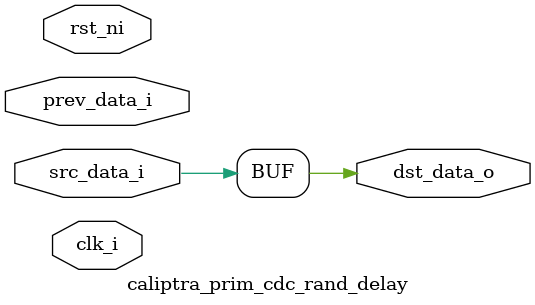
<source format=sv>


module caliptra_prim_cdc_rand_delay #(
    parameter int DataWidth = 1,
    parameter bit Enable = 1
) (
    input logic                   clk_i,
    input logic                   rst_ni,
    input logic [DataWidth-1:0]   prev_data_i,
    input logic [DataWidth-1:0]   src_data_i,
    output logic [DataWidth-1:0]  dst_data_o
);
`ifdef SIMULATION
  if (Enable) begin : gen_enable

    // This controls dst_data_o: any bit with its data_sel set uses prev_data_i, others use
    // src_data_i.
    bit [DataWidth-1:0] data_sel;
    bit                 cdc_instrumentation_enabled;

    function automatic bit [DataWidth-1:0] fast_randomize();
      bit [DataWidth-1:0] data;
      bit [31:0]          urandom_result;
      for (int i = 0; i < DataWidth; i += 32) begin
        data = data << 32;
        urandom_result = $urandom();
        data = data | urandom_result;
      end
      return data;
    endfunction

    initial begin
      void'($value$plusargs("cdc_instrumentation_enabled=%d", cdc_instrumentation_enabled));
      data_sel = '0;
    end

    // Set data_sel at random combinationally when the input changes.
    always @(src_data_i) begin
      data_sel = cdc_instrumentation_enabled ? fast_randomize() : 0;
    end

    always_comb dst_data_o = (prev_data_i & data_sel) | (src_data_i & ~data_sel);
  end else begin : gen_no_enable
    assign dst_data_o = src_data_i;
  end
`else  // SIMULATION
    assign dst_data_o = src_data_i;
`endif  // SIMULATION
endmodule

</source>
